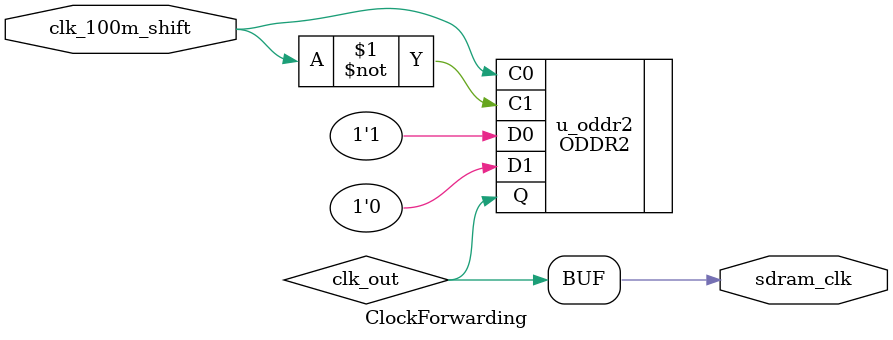
<source format=v>
`timescale 1ns / 1ps

module ClockForwarding (
    input wire clk_100m_shift,
    output wire sdram_clk
);

    wire clk_out;

    // Instantiate ODDR2 component for clock forwarding
    ODDR2 #(
        .DDR_ALIGNMENT("C0D0"),
        .INIT(1'b0),
        .SRTYPE("ASYNC")
    ) u_oddr2 (
        .Q(clk_out),
        .C0(clk_100m_shift),
        .C1(~clk_100m_shift),
        .D0(1'b1),
        .D1(1'b0)
    );

    assign sdram_clk = clk_out;

endmodule


</source>
